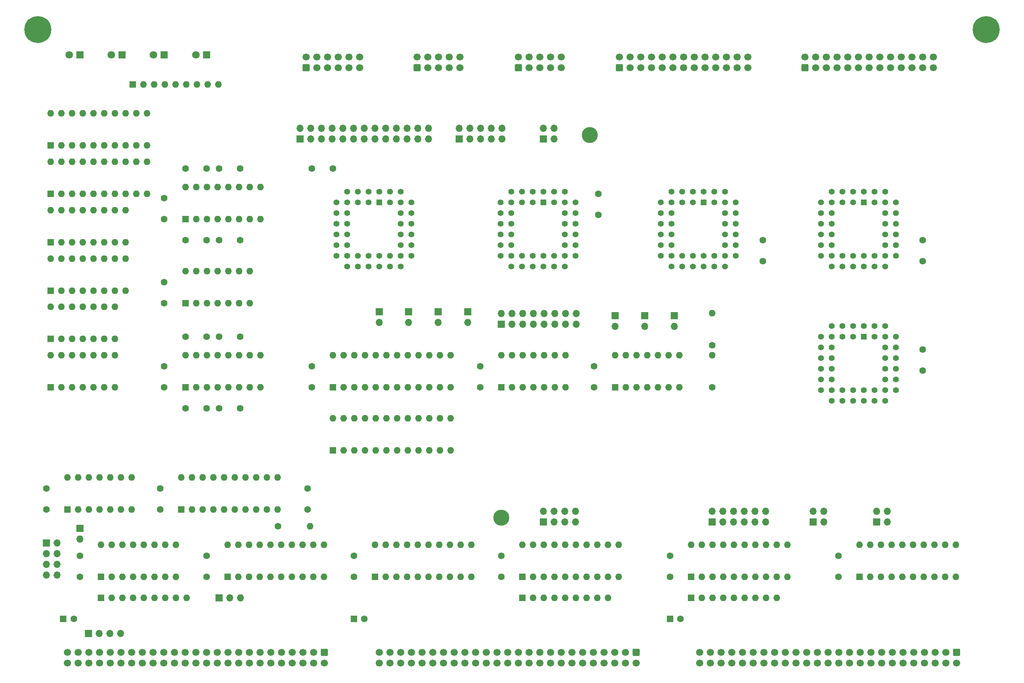
<source format=gbr>
%TF.GenerationSoftware,KiCad,Pcbnew,(6.0.11)*%
%TF.CreationDate,2023-08-29T17:19:57-04:00*%
%TF.ProjectId,input-output.Zilog,696e7075-742d-46f7-9574-7075742e5a69,rev?*%
%TF.SameCoordinates,Original*%
%TF.FileFunction,Soldermask,Top*%
%TF.FilePolarity,Negative*%
%FSLAX46Y46*%
G04 Gerber Fmt 4.6, Leading zero omitted, Abs format (unit mm)*
G04 Created by KiCad (PCBNEW (6.0.11)) date 2023-08-29 17:19:57*
%MOMM*%
%LPD*%
G01*
G04 APERTURE LIST*
G04 Aperture macros list*
%AMRoundRect*
0 Rectangle with rounded corners*
0 $1 Rounding radius*
0 $2 $3 $4 $5 $6 $7 $8 $9 X,Y pos of 4 corners*
0 Add a 4 corners polygon primitive as box body*
4,1,4,$2,$3,$4,$5,$6,$7,$8,$9,$2,$3,0*
0 Add four circle primitives for the rounded corners*
1,1,$1+$1,$2,$3*
1,1,$1+$1,$4,$5*
1,1,$1+$1,$6,$7*
1,1,$1+$1,$8,$9*
0 Add four rect primitives between the rounded corners*
20,1,$1+$1,$2,$3,$4,$5,0*
20,1,$1+$1,$4,$5,$6,$7,0*
20,1,$1+$1,$6,$7,$8,$9,0*
20,1,$1+$1,$8,$9,$2,$3,0*%
G04 Aperture macros list end*
%ADD10RoundRect,0.250000X-0.600000X0.600000X-0.600000X-0.600000X0.600000X-0.600000X0.600000X0.600000X0*%
%ADD11C,1.700000*%
%ADD12R,1.800000X1.800000*%
%ADD13C,1.800000*%
%ADD14C,6.400000*%
%ADD15C,1.600000*%
%ADD16R,1.700000X1.700000*%
%ADD17O,1.700000X1.700000*%
%ADD18R,1.600000X1.600000*%
%ADD19O,1.600000X1.600000*%
%ADD20RoundRect,0.250000X0.600000X-0.600000X0.600000X0.600000X-0.600000X0.600000X-0.600000X-0.600000X0*%
%ADD21R,1.422400X1.422400*%
%ADD22C,1.422400*%
%ADD23C,3.800000*%
G04 APERTURE END LIST*
D10*
%TO.C,P1*%
X108000000Y-223000000D03*
D11*
X108000000Y-225540000D03*
X105460000Y-223000000D03*
X105460000Y-225540000D03*
X102920000Y-223000000D03*
X102920000Y-225540000D03*
X100380000Y-223000000D03*
X100380000Y-225540000D03*
X97840000Y-223000000D03*
X97840000Y-225540000D03*
X95300000Y-223000000D03*
X95300000Y-225540000D03*
X92760000Y-223000000D03*
X92760000Y-225540000D03*
X90220000Y-223000000D03*
X90220000Y-225540000D03*
X87680000Y-223000000D03*
X87680000Y-225540000D03*
X85140000Y-223000000D03*
X85140000Y-225540000D03*
X82600000Y-223000000D03*
X82600000Y-225540000D03*
X80060000Y-223000000D03*
X80060000Y-225540000D03*
X77520000Y-223000000D03*
X77520000Y-225540000D03*
X74980000Y-223000000D03*
X74980000Y-225540000D03*
X72440000Y-223000000D03*
X72440000Y-225540000D03*
X69900000Y-223000000D03*
X69900000Y-225540000D03*
X67360000Y-223000000D03*
X67360000Y-225540000D03*
X64820000Y-223000000D03*
X64820000Y-225540000D03*
X62280000Y-223000000D03*
X62280000Y-225540000D03*
X59740000Y-223000000D03*
X59740000Y-225540000D03*
X57200000Y-223000000D03*
X57200000Y-225540000D03*
X54660000Y-223000000D03*
X54660000Y-225540000D03*
X52120000Y-223000000D03*
X52120000Y-225540000D03*
X49580000Y-223000000D03*
X49580000Y-225540000D03*
X47040000Y-223000000D03*
X47040000Y-225540000D03*
%TD*%
D12*
%TO.C,D5*%
X50000000Y-81000000D03*
D13*
X47460000Y-81000000D03*
%TD*%
D14*
%TO.C,H1*%
X40000000Y-75000000D03*
%TD*%
D10*
%TO.C,P3*%
X258000000Y-223000000D03*
D11*
X258000000Y-225540000D03*
X255460000Y-223000000D03*
X255460000Y-225540000D03*
X252920000Y-223000000D03*
X252920000Y-225540000D03*
X250380000Y-223000000D03*
X250380000Y-225540000D03*
X247840000Y-223000000D03*
X247840000Y-225540000D03*
X245300000Y-223000000D03*
X245300000Y-225540000D03*
X242760000Y-223000000D03*
X242760000Y-225540000D03*
X240220000Y-223000000D03*
X240220000Y-225540000D03*
X237680000Y-223000000D03*
X237680000Y-225540000D03*
X235140000Y-223000000D03*
X235140000Y-225540000D03*
X232600000Y-223000000D03*
X232600000Y-225540000D03*
X230060000Y-223000000D03*
X230060000Y-225540000D03*
X227520000Y-223000000D03*
X227520000Y-225540000D03*
X224980000Y-223000000D03*
X224980000Y-225540000D03*
X222440000Y-223000000D03*
X222440000Y-225540000D03*
X219900000Y-223000000D03*
X219900000Y-225540000D03*
X217360000Y-223000000D03*
X217360000Y-225540000D03*
X214820000Y-223000000D03*
X214820000Y-225540000D03*
X212280000Y-223000000D03*
X212280000Y-225540000D03*
X209740000Y-223000000D03*
X209740000Y-225540000D03*
X207200000Y-223000000D03*
X207200000Y-225540000D03*
X204660000Y-223000000D03*
X204660000Y-225540000D03*
X202120000Y-223000000D03*
X202120000Y-225540000D03*
X199580000Y-223000000D03*
X199580000Y-225540000D03*
X197040000Y-223000000D03*
X197040000Y-225540000D03*
%TD*%
D10*
%TO.C,P2*%
X182000000Y-223000000D03*
D11*
X182000000Y-225540000D03*
X179460000Y-223000000D03*
X179460000Y-225540000D03*
X176920000Y-223000000D03*
X176920000Y-225540000D03*
X174380000Y-223000000D03*
X174380000Y-225540000D03*
X171840000Y-223000000D03*
X171840000Y-225540000D03*
X169300000Y-223000000D03*
X169300000Y-225540000D03*
X166760000Y-223000000D03*
X166760000Y-225540000D03*
X164220000Y-223000000D03*
X164220000Y-225540000D03*
X161680000Y-223000000D03*
X161680000Y-225540000D03*
X159140000Y-223000000D03*
X159140000Y-225540000D03*
X156600000Y-223000000D03*
X156600000Y-225540000D03*
X154060000Y-223000000D03*
X154060000Y-225540000D03*
X151520000Y-223000000D03*
X151520000Y-225540000D03*
X148980000Y-223000000D03*
X148980000Y-225540000D03*
X146440000Y-223000000D03*
X146440000Y-225540000D03*
X143900000Y-223000000D03*
X143900000Y-225540000D03*
X141360000Y-223000000D03*
X141360000Y-225540000D03*
X138820000Y-223000000D03*
X138820000Y-225540000D03*
X136280000Y-223000000D03*
X136280000Y-225540000D03*
X133740000Y-223000000D03*
X133740000Y-225540000D03*
X131200000Y-223000000D03*
X131200000Y-225540000D03*
X128660000Y-223000000D03*
X128660000Y-225540000D03*
X126120000Y-223000000D03*
X126120000Y-225540000D03*
X123580000Y-223000000D03*
X123580000Y-225540000D03*
X121040000Y-223000000D03*
X121040000Y-225540000D03*
%TD*%
D15*
%TO.C,C1*%
X105000000Y-108000000D03*
X110000000Y-108000000D03*
%TD*%
D14*
%TO.C,H2*%
X265000000Y-75000000D03*
%TD*%
D16*
%TO.C,JP2*%
X160000000Y-192000000D03*
D17*
X160000000Y-189460000D03*
X162540000Y-192000000D03*
X162540000Y-189460000D03*
X165080000Y-192000000D03*
X165080000Y-189460000D03*
X167620000Y-192000000D03*
X167620000Y-189460000D03*
%TD*%
D18*
%TO.C,RN2*%
X155000000Y-210000000D03*
D19*
X157540000Y-210000000D03*
X160080000Y-210000000D03*
X162620000Y-210000000D03*
X165160000Y-210000000D03*
X167700000Y-210000000D03*
X170240000Y-210000000D03*
X172780000Y-210000000D03*
X175320000Y-210000000D03*
%TD*%
D18*
%TO.C,U24*%
X155000000Y-205000000D03*
D19*
X157540000Y-205000000D03*
X160080000Y-205000000D03*
X162620000Y-205000000D03*
X165160000Y-205000000D03*
X167700000Y-205000000D03*
X170240000Y-205000000D03*
X172780000Y-205000000D03*
X175320000Y-205000000D03*
X177860000Y-205000000D03*
X177860000Y-197380000D03*
X175320000Y-197380000D03*
X172780000Y-197380000D03*
X170240000Y-197380000D03*
X167700000Y-197380000D03*
X165160000Y-197380000D03*
X162620000Y-197380000D03*
X160080000Y-197380000D03*
X157540000Y-197380000D03*
X155000000Y-197380000D03*
%TD*%
D15*
%TO.C,C2*%
X80000000Y-200000000D03*
X80000000Y-205000000D03*
%TD*%
%TO.C,C3*%
X105000000Y-155000000D03*
X105000000Y-160000000D03*
%TD*%
%TO.C,C7*%
X172000000Y-155000000D03*
X172000000Y-160000000D03*
%TD*%
%TO.C,C8*%
X212000000Y-130000000D03*
X212000000Y-125000000D03*
%TD*%
D18*
%TO.C,C10*%
X46000000Y-215000000D03*
D15*
X48500000Y-215000000D03*
%TD*%
D18*
%TO.C,C11*%
X115000000Y-215000000D03*
D15*
X117500000Y-215000000D03*
%TD*%
%TO.C,C12*%
X173000000Y-119000000D03*
X173000000Y-114000000D03*
%TD*%
%TO.C,C13*%
X150000000Y-200000000D03*
X150000000Y-205000000D03*
%TD*%
%TO.C,C24*%
X145000000Y-155000000D03*
X145000000Y-160000000D03*
%TD*%
D12*
%TO.C,D1*%
X60000000Y-81000000D03*
D13*
X57460000Y-81000000D03*
%TD*%
D12*
%TO.C,D3*%
X80000000Y-81000000D03*
D13*
X77460000Y-81000000D03*
%TD*%
D16*
%TO.C,J1*%
X191000000Y-143000000D03*
D17*
X191000000Y-145540000D03*
%TD*%
D16*
%TO.C,J2*%
X160000000Y-101000000D03*
D17*
X160000000Y-98460000D03*
X162540000Y-101000000D03*
X162540000Y-98460000D03*
%TD*%
D20*
%TO.C,X8*%
X103650000Y-84000000D03*
D11*
X103650000Y-81460000D03*
X106190000Y-84000000D03*
X106190000Y-81460000D03*
X108730000Y-84000000D03*
X108730000Y-81460000D03*
X111270000Y-84000000D03*
X111270000Y-81460000D03*
X113810000Y-84000000D03*
X113810000Y-81460000D03*
X116350000Y-84000000D03*
X116350000Y-81460000D03*
%TD*%
D16*
%TO.C,X5*%
X150000000Y-145000000D03*
D17*
X150000000Y-142460000D03*
X152540000Y-145000000D03*
X152540000Y-142460000D03*
X155080000Y-145000000D03*
X155080000Y-142460000D03*
X157620000Y-145000000D03*
X157620000Y-142460000D03*
X160160000Y-145000000D03*
X160160000Y-142460000D03*
X162700000Y-145000000D03*
X162700000Y-142460000D03*
X165240000Y-145000000D03*
X165240000Y-142460000D03*
X167780000Y-145000000D03*
X167780000Y-142460000D03*
%TD*%
D16*
%TO.C,P4*%
X177000000Y-143000000D03*
D17*
X177000000Y-145540000D03*
%TD*%
D15*
%TO.C,R10*%
X200000000Y-160000000D03*
D19*
X200000000Y-152380000D03*
%TD*%
D15*
%TO.C,R11*%
X200000000Y-150000000D03*
D19*
X200000000Y-142380000D03*
%TD*%
D18*
%TO.C,U2*%
X120000000Y-205000000D03*
D19*
X122540000Y-205000000D03*
X125080000Y-205000000D03*
X127620000Y-205000000D03*
X130160000Y-205000000D03*
X132700000Y-205000000D03*
X135240000Y-205000000D03*
X137780000Y-205000000D03*
X140320000Y-205000000D03*
X142860000Y-205000000D03*
X142860000Y-197380000D03*
X140320000Y-197380000D03*
X137780000Y-197380000D03*
X135240000Y-197380000D03*
X132700000Y-197380000D03*
X130160000Y-197380000D03*
X127620000Y-197380000D03*
X125080000Y-197380000D03*
X122540000Y-197380000D03*
X120000000Y-197380000D03*
%TD*%
D18*
%TO.C,U3*%
X235000000Y-205000000D03*
D19*
X237540000Y-205000000D03*
X240080000Y-205000000D03*
X242620000Y-205000000D03*
X245160000Y-205000000D03*
X247700000Y-205000000D03*
X250240000Y-205000000D03*
X252780000Y-205000000D03*
X255320000Y-205000000D03*
X257860000Y-205000000D03*
X257860000Y-197380000D03*
X255320000Y-197380000D03*
X252780000Y-197380000D03*
X250240000Y-197380000D03*
X247700000Y-197380000D03*
X245160000Y-197380000D03*
X242620000Y-197380000D03*
X240080000Y-197380000D03*
X237540000Y-197380000D03*
X235000000Y-197380000D03*
%TD*%
D18*
%TO.C,U8*%
X75000000Y-140000000D03*
D19*
X77540000Y-140000000D03*
X80080000Y-140000000D03*
X82620000Y-140000000D03*
X85160000Y-140000000D03*
X87700000Y-140000000D03*
X90240000Y-140000000D03*
X90240000Y-132380000D03*
X87700000Y-132380000D03*
X85160000Y-132380000D03*
X82620000Y-132380000D03*
X80080000Y-132380000D03*
X77540000Y-132380000D03*
X75000000Y-132380000D03*
%TD*%
D21*
%TO.C,U14*%
X236000000Y-116000000D03*
D22*
X233460000Y-113460000D03*
X233460000Y-116000000D03*
X230920000Y-113460000D03*
X230920000Y-116000000D03*
X228380000Y-113460000D03*
X225840000Y-116000000D03*
X228380000Y-116000000D03*
X225840000Y-118540000D03*
X228380000Y-118540000D03*
X225840000Y-121080000D03*
X228380000Y-121080000D03*
X225840000Y-123620000D03*
X228380000Y-123620000D03*
X225840000Y-126160000D03*
X228380000Y-126160000D03*
X225840000Y-128700000D03*
X228380000Y-131240000D03*
X228380000Y-128700000D03*
X230920000Y-131240000D03*
X230920000Y-128700000D03*
X233460000Y-131240000D03*
X233460000Y-128700000D03*
X236000000Y-131240000D03*
X236000000Y-128700000D03*
X238540000Y-131240000D03*
X238540000Y-128700000D03*
X241080000Y-131240000D03*
X243620000Y-128700000D03*
X241080000Y-128700000D03*
X243620000Y-126160000D03*
X241080000Y-126160000D03*
X243620000Y-123620000D03*
X241080000Y-123620000D03*
X243620000Y-121080000D03*
X241080000Y-121080000D03*
X243620000Y-118540000D03*
X241080000Y-118540000D03*
X243620000Y-116000000D03*
X241080000Y-113460000D03*
X241080000Y-116000000D03*
X238540000Y-113460000D03*
X238540000Y-116000000D03*
X236000000Y-113460000D03*
%TD*%
D21*
%TO.C,U18*%
X198000000Y-116000000D03*
D22*
X195460000Y-113460000D03*
X195460000Y-116000000D03*
X192920000Y-113460000D03*
X192920000Y-116000000D03*
X190380000Y-113460000D03*
X187840000Y-116000000D03*
X190380000Y-116000000D03*
X187840000Y-118540000D03*
X190380000Y-118540000D03*
X187840000Y-121080000D03*
X190380000Y-121080000D03*
X187840000Y-123620000D03*
X190380000Y-123620000D03*
X187840000Y-126160000D03*
X190380000Y-126160000D03*
X187840000Y-128700000D03*
X190380000Y-131240000D03*
X190380000Y-128700000D03*
X192920000Y-131240000D03*
X192920000Y-128700000D03*
X195460000Y-131240000D03*
X195460000Y-128700000D03*
X198000000Y-131240000D03*
X198000000Y-128700000D03*
X200540000Y-131240000D03*
X200540000Y-128700000D03*
X203080000Y-131240000D03*
X205620000Y-128700000D03*
X203080000Y-128700000D03*
X205620000Y-126160000D03*
X203080000Y-126160000D03*
X205620000Y-123620000D03*
X203080000Y-123620000D03*
X205620000Y-121080000D03*
X203080000Y-121080000D03*
X205620000Y-118540000D03*
X203080000Y-118540000D03*
X205620000Y-116000000D03*
X203080000Y-113460000D03*
X203080000Y-116000000D03*
X200540000Y-113460000D03*
X200540000Y-116000000D03*
X198000000Y-113460000D03*
%TD*%
D20*
%TO.C,X1*%
X178000000Y-84000000D03*
D11*
X178000000Y-81460000D03*
X180540000Y-84000000D03*
X180540000Y-81460000D03*
X183080000Y-84000000D03*
X183080000Y-81460000D03*
X185620000Y-84000000D03*
X185620000Y-81460000D03*
X188160000Y-84000000D03*
X188160000Y-81460000D03*
X190700000Y-84000000D03*
X190700000Y-81460000D03*
X193240000Y-84000000D03*
X193240000Y-81460000D03*
X195780000Y-84000000D03*
X195780000Y-81460000D03*
X198320000Y-84000000D03*
X198320000Y-81460000D03*
X200860000Y-84000000D03*
X200860000Y-81460000D03*
X203400000Y-84000000D03*
X203400000Y-81460000D03*
X205940000Y-84000000D03*
X205940000Y-81460000D03*
X208480000Y-84000000D03*
X208480000Y-81460000D03*
%TD*%
D20*
%TO.C,X2*%
X222000000Y-84000000D03*
D11*
X222000000Y-81460000D03*
X224540000Y-84000000D03*
X224540000Y-81460000D03*
X227080000Y-84000000D03*
X227080000Y-81460000D03*
X229620000Y-84000000D03*
X229620000Y-81460000D03*
X232160000Y-84000000D03*
X232160000Y-81460000D03*
X234700000Y-84000000D03*
X234700000Y-81460000D03*
X237240000Y-84000000D03*
X237240000Y-81460000D03*
X239780000Y-84000000D03*
X239780000Y-81460000D03*
X242320000Y-84000000D03*
X242320000Y-81460000D03*
X244860000Y-84000000D03*
X244860000Y-81460000D03*
X247400000Y-84000000D03*
X247400000Y-81460000D03*
X249940000Y-84000000D03*
X249940000Y-81460000D03*
X252480000Y-84000000D03*
X252480000Y-81460000D03*
%TD*%
D20*
%TO.C,X3*%
X154000000Y-84000000D03*
D11*
X154000000Y-81460000D03*
X156540000Y-84000000D03*
X156540000Y-81460000D03*
X159080000Y-84000000D03*
X159080000Y-81460000D03*
X161620000Y-84000000D03*
X161620000Y-81460000D03*
X164160000Y-84000000D03*
X164160000Y-81460000D03*
%TD*%
D16*
%TO.C,X4*%
X102220000Y-101000000D03*
D17*
X102220000Y-98460000D03*
X104760000Y-101000000D03*
X104760000Y-98460000D03*
X107300000Y-101000000D03*
X107300000Y-98460000D03*
X109840000Y-101000000D03*
X109840000Y-98460000D03*
X112380000Y-101000000D03*
X112380000Y-98460000D03*
X114920000Y-101000000D03*
X114920000Y-98460000D03*
X117460000Y-101000000D03*
X117460000Y-98460000D03*
X120000000Y-101000000D03*
X120000000Y-98460000D03*
X122540000Y-101000000D03*
X122540000Y-98460000D03*
X125080000Y-101000000D03*
X125080000Y-98460000D03*
X127620000Y-101000000D03*
X127620000Y-98460000D03*
X130160000Y-101000000D03*
X130160000Y-98460000D03*
X132700000Y-101000000D03*
X132700000Y-98460000D03*
%TD*%
D16*
%TO.C,X6*%
X140000000Y-101000000D03*
D17*
X140000000Y-98460000D03*
X142540000Y-101000000D03*
X142540000Y-98460000D03*
X145080000Y-101000000D03*
X145080000Y-98460000D03*
X147620000Y-101000000D03*
X147620000Y-98460000D03*
X150160000Y-101000000D03*
X150160000Y-98460000D03*
%TD*%
D20*
%TO.C,X7*%
X130000000Y-84000000D03*
D11*
X130000000Y-81460000D03*
X132540000Y-84000000D03*
X132540000Y-81460000D03*
X135080000Y-84000000D03*
X135080000Y-81460000D03*
X137620000Y-84000000D03*
X137620000Y-81460000D03*
X140160000Y-84000000D03*
X140160000Y-81460000D03*
%TD*%
D21*
%TO.C,U7*%
X160000000Y-116000000D03*
D22*
X157460000Y-113460000D03*
X157460000Y-116000000D03*
X154920000Y-113460000D03*
X154920000Y-116000000D03*
X152380000Y-113460000D03*
X149840000Y-116000000D03*
X152380000Y-116000000D03*
X149840000Y-118540000D03*
X152380000Y-118540000D03*
X149840000Y-121080000D03*
X152380000Y-121080000D03*
X149840000Y-123620000D03*
X152380000Y-123620000D03*
X149840000Y-126160000D03*
X152380000Y-126160000D03*
X149840000Y-128700000D03*
X152380000Y-131240000D03*
X152380000Y-128700000D03*
X154920000Y-131240000D03*
X154920000Y-128700000D03*
X157460000Y-131240000D03*
X157460000Y-128700000D03*
X160000000Y-131240000D03*
X160000000Y-128700000D03*
X162540000Y-131240000D03*
X162540000Y-128700000D03*
X165080000Y-131240000D03*
X167620000Y-128700000D03*
X165080000Y-128700000D03*
X167620000Y-126160000D03*
X165080000Y-126160000D03*
X167620000Y-123620000D03*
X165080000Y-123620000D03*
X167620000Y-121080000D03*
X165080000Y-121080000D03*
X167620000Y-118540000D03*
X165080000Y-118540000D03*
X167620000Y-116000000D03*
X165080000Y-113460000D03*
X165080000Y-116000000D03*
X162540000Y-113460000D03*
X162540000Y-116000000D03*
X160000000Y-113460000D03*
%TD*%
D18*
%TO.C,U4*%
X85000000Y-205000000D03*
D19*
X87540000Y-205000000D03*
X90080000Y-205000000D03*
X92620000Y-205000000D03*
X95160000Y-205000000D03*
X97700000Y-205000000D03*
X100240000Y-205000000D03*
X102780000Y-205000000D03*
X105320000Y-205000000D03*
X107860000Y-205000000D03*
X107860000Y-197380000D03*
X105320000Y-197380000D03*
X102780000Y-197380000D03*
X100240000Y-197380000D03*
X97700000Y-197380000D03*
X95160000Y-197380000D03*
X92620000Y-197380000D03*
X90080000Y-197380000D03*
X87540000Y-197380000D03*
X85000000Y-197380000D03*
%TD*%
D15*
%TO.C,C9*%
X115000000Y-200000000D03*
X115000000Y-205000000D03*
%TD*%
%TO.C,C18*%
X83000000Y-148000000D03*
X88000000Y-148000000D03*
%TD*%
%TO.C,C16*%
X75000000Y-148000000D03*
X80000000Y-148000000D03*
%TD*%
%TO.C,C14*%
X75000000Y-165000000D03*
X80000000Y-165000000D03*
%TD*%
%TO.C,C17*%
X70000000Y-155000000D03*
X70000000Y-160000000D03*
%TD*%
%TO.C,C19*%
X75000000Y-125000000D03*
X80000000Y-125000000D03*
%TD*%
%TO.C,C20*%
X83000000Y-125000000D03*
X88000000Y-125000000D03*
%TD*%
%TO.C,C21*%
X75000000Y-108000000D03*
X80000000Y-108000000D03*
%TD*%
%TO.C,C22*%
X70000000Y-115000000D03*
X70000000Y-120000000D03*
%TD*%
%TO.C,C23*%
X83000000Y-108000000D03*
X88000000Y-108000000D03*
%TD*%
%TO.C,C15*%
X83000000Y-165000000D03*
X88000000Y-165000000D03*
%TD*%
D18*
%TO.C,U11*%
X75000000Y-120000000D03*
D19*
X77540000Y-120000000D03*
X80080000Y-120000000D03*
X82620000Y-120000000D03*
X85160000Y-120000000D03*
X87700000Y-120000000D03*
X90240000Y-120000000D03*
X92780000Y-120000000D03*
X92780000Y-112380000D03*
X90240000Y-112380000D03*
X87700000Y-112380000D03*
X85160000Y-112380000D03*
X82620000Y-112380000D03*
X80080000Y-112380000D03*
X77540000Y-112380000D03*
X75000000Y-112380000D03*
%TD*%
D18*
%TO.C,U10*%
X75000000Y-160000000D03*
D19*
X77540000Y-160000000D03*
X80080000Y-160000000D03*
X82620000Y-160000000D03*
X85160000Y-160000000D03*
X87700000Y-160000000D03*
X90240000Y-160000000D03*
X92780000Y-160000000D03*
X92780000Y-152380000D03*
X90240000Y-152380000D03*
X87700000Y-152380000D03*
X85160000Y-152380000D03*
X82620000Y-152380000D03*
X80080000Y-152380000D03*
X77540000Y-152380000D03*
X75000000Y-152380000D03*
%TD*%
D18*
%TO.C,C27*%
X190000000Y-215000000D03*
D15*
X192500000Y-215000000D03*
%TD*%
D21*
%TO.C,U9*%
X121000000Y-116000000D03*
D22*
X118460000Y-113460000D03*
X118460000Y-116000000D03*
X115920000Y-113460000D03*
X115920000Y-116000000D03*
X113380000Y-113460000D03*
X110840000Y-116000000D03*
X113380000Y-116000000D03*
X110840000Y-118540000D03*
X113380000Y-118540000D03*
X110840000Y-121080000D03*
X113380000Y-121080000D03*
X110840000Y-123620000D03*
X113380000Y-123620000D03*
X110840000Y-126160000D03*
X113380000Y-126160000D03*
X110840000Y-128700000D03*
X113380000Y-131240000D03*
X113380000Y-128700000D03*
X115920000Y-131240000D03*
X115920000Y-128700000D03*
X118460000Y-131240000D03*
X118460000Y-128700000D03*
X121000000Y-131240000D03*
X121000000Y-128700000D03*
X123540000Y-131240000D03*
X123540000Y-128700000D03*
X126080000Y-131240000D03*
X128620000Y-128700000D03*
X126080000Y-128700000D03*
X128620000Y-126160000D03*
X126080000Y-126160000D03*
X128620000Y-123620000D03*
X126080000Y-123620000D03*
X128620000Y-121080000D03*
X126080000Y-121080000D03*
X128620000Y-118540000D03*
X126080000Y-118540000D03*
X128620000Y-116000000D03*
X126080000Y-113460000D03*
X126080000Y-116000000D03*
X123540000Y-113460000D03*
X123540000Y-116000000D03*
X121000000Y-113460000D03*
%TD*%
D18*
%TO.C,U13*%
X177000000Y-160000000D03*
D19*
X179540000Y-160000000D03*
X182080000Y-160000000D03*
X184620000Y-160000000D03*
X187160000Y-160000000D03*
X189700000Y-160000000D03*
X192240000Y-160000000D03*
X192240000Y-152380000D03*
X189700000Y-152380000D03*
X187160000Y-152380000D03*
X184620000Y-152380000D03*
X182080000Y-152380000D03*
X179540000Y-152380000D03*
X177000000Y-152380000D03*
%TD*%
D15*
%TO.C,C4*%
X190000000Y-200000000D03*
X190000000Y-205000000D03*
%TD*%
%TO.C,C6*%
X250000000Y-130000000D03*
X250000000Y-125000000D03*
%TD*%
D18*
%TO.C,U12*%
X150000000Y-160000000D03*
D19*
X152540000Y-160000000D03*
X155080000Y-160000000D03*
X157620000Y-160000000D03*
X160160000Y-160000000D03*
X162700000Y-160000000D03*
X165240000Y-160000000D03*
X165240000Y-152380000D03*
X162700000Y-152380000D03*
X160160000Y-152380000D03*
X157620000Y-152380000D03*
X155080000Y-152380000D03*
X152540000Y-152380000D03*
X150000000Y-152380000D03*
%TD*%
D15*
%TO.C,C5*%
X70000000Y-135000000D03*
X70000000Y-140000000D03*
%TD*%
D18*
%TO.C,U1*%
X110000000Y-160000000D03*
D19*
X112540000Y-160000000D03*
X115080000Y-160000000D03*
X117620000Y-160000000D03*
X120160000Y-160000000D03*
X122700000Y-160000000D03*
X125240000Y-160000000D03*
X127780000Y-160000000D03*
X130320000Y-160000000D03*
X132860000Y-160000000D03*
X135400000Y-160000000D03*
X137940000Y-160000000D03*
X137940000Y-152380000D03*
X135400000Y-152380000D03*
X132860000Y-152380000D03*
X130320000Y-152380000D03*
X127780000Y-152380000D03*
X125240000Y-152380000D03*
X122700000Y-152380000D03*
X120160000Y-152380000D03*
X117620000Y-152380000D03*
X115080000Y-152380000D03*
X112540000Y-152380000D03*
X110000000Y-152380000D03*
%TD*%
D16*
%TO.C,P5*%
X135000000Y-142000000D03*
D17*
X135000000Y-144540000D03*
%TD*%
D16*
%TO.C,P10*%
X142000000Y-142000000D03*
D17*
X142000000Y-144540000D03*
%TD*%
D16*
%TO.C,J3*%
X224000000Y-192000000D03*
D17*
X224000000Y-189460000D03*
X226540000Y-192000000D03*
X226540000Y-189460000D03*
%TD*%
D16*
%TO.C,J4*%
X239000000Y-192000000D03*
D17*
X239000000Y-189460000D03*
X241540000Y-192000000D03*
X241540000Y-189460000D03*
%TD*%
D16*
%TO.C,JP1*%
X200000000Y-192000000D03*
D17*
X200000000Y-189460000D03*
X202540000Y-192000000D03*
X202540000Y-189460000D03*
X205080000Y-192000000D03*
X205080000Y-189460000D03*
X207620000Y-192000000D03*
X207620000Y-189460000D03*
X210160000Y-192000000D03*
X210160000Y-189460000D03*
X212700000Y-192000000D03*
X212700000Y-189460000D03*
%TD*%
D16*
%TO.C,P6*%
X128000000Y-142000000D03*
D17*
X128000000Y-144540000D03*
%TD*%
D16*
%TO.C,P7*%
X184000000Y-143000000D03*
D17*
X184000000Y-145540000D03*
%TD*%
D18*
%TO.C,U5*%
X195000000Y-205000000D03*
D19*
X197540000Y-205000000D03*
X200080000Y-205000000D03*
X202620000Y-205000000D03*
X205160000Y-205000000D03*
X207700000Y-205000000D03*
X210240000Y-205000000D03*
X212780000Y-205000000D03*
X215320000Y-205000000D03*
X217860000Y-205000000D03*
X217860000Y-197380000D03*
X215320000Y-197380000D03*
X212780000Y-197380000D03*
X210240000Y-197380000D03*
X207700000Y-197380000D03*
X205160000Y-197380000D03*
X202620000Y-197380000D03*
X200080000Y-197380000D03*
X197540000Y-197380000D03*
X195000000Y-197380000D03*
%TD*%
D21*
%TO.C,U6*%
X236000000Y-148000000D03*
D22*
X233460000Y-145460000D03*
X233460000Y-148000000D03*
X230920000Y-145460000D03*
X230920000Y-148000000D03*
X228380000Y-145460000D03*
X225840000Y-148000000D03*
X228380000Y-148000000D03*
X225840000Y-150540000D03*
X228380000Y-150540000D03*
X225840000Y-153080000D03*
X228380000Y-153080000D03*
X225840000Y-155620000D03*
X228380000Y-155620000D03*
X225840000Y-158160000D03*
X228380000Y-158160000D03*
X225840000Y-160700000D03*
X228380000Y-163240000D03*
X228380000Y-160700000D03*
X230920000Y-163240000D03*
X230920000Y-160700000D03*
X233460000Y-163240000D03*
X233460000Y-160700000D03*
X236000000Y-163240000D03*
X236000000Y-160700000D03*
X238540000Y-163240000D03*
X238540000Y-160700000D03*
X241080000Y-163240000D03*
X243620000Y-160700000D03*
X241080000Y-160700000D03*
X243620000Y-158160000D03*
X241080000Y-158160000D03*
X243620000Y-155620000D03*
X241080000Y-155620000D03*
X243620000Y-153080000D03*
X241080000Y-153080000D03*
X243620000Y-150540000D03*
X241080000Y-150540000D03*
X243620000Y-148000000D03*
X241080000Y-145460000D03*
X241080000Y-148000000D03*
X238540000Y-145460000D03*
X238540000Y-148000000D03*
X236000000Y-145460000D03*
%TD*%
D15*
%TO.C,C25*%
X250000000Y-151000000D03*
X250000000Y-156000000D03*
%TD*%
%TO.C,C26*%
X230000000Y-200000000D03*
X230000000Y-205000000D03*
%TD*%
D18*
%TO.C,J5*%
X43000000Y-160000000D03*
D19*
X45540000Y-160000000D03*
X48080000Y-160000000D03*
X50620000Y-160000000D03*
X53160000Y-160000000D03*
X55700000Y-160000000D03*
X58240000Y-160000000D03*
X58240000Y-152380000D03*
X55700000Y-152380000D03*
X53160000Y-152380000D03*
X50620000Y-152380000D03*
X48080000Y-152380000D03*
X45540000Y-152380000D03*
X43000000Y-152380000D03*
%TD*%
D18*
%TO.C,J6*%
X43000000Y-148500000D03*
D19*
X45540000Y-148500000D03*
X48080000Y-148500000D03*
X50620000Y-148500000D03*
X53160000Y-148500000D03*
X55700000Y-148500000D03*
X58240000Y-148500000D03*
X58240000Y-140880000D03*
X55700000Y-140880000D03*
X53160000Y-140880000D03*
X50620000Y-140880000D03*
X48080000Y-140880000D03*
X45540000Y-140880000D03*
X43000000Y-140880000D03*
%TD*%
D18*
%TO.C,J7*%
X43000000Y-137000000D03*
D19*
X45540000Y-137000000D03*
X48080000Y-137000000D03*
X50620000Y-137000000D03*
X53160000Y-137000000D03*
X55700000Y-137000000D03*
X58240000Y-137000000D03*
X60780000Y-137000000D03*
X60780000Y-129380000D03*
X58240000Y-129380000D03*
X55700000Y-129380000D03*
X53160000Y-129380000D03*
X50620000Y-129380000D03*
X48080000Y-129380000D03*
X45540000Y-129380000D03*
X43000000Y-129380000D03*
%TD*%
D18*
%TO.C,J8*%
X43000000Y-125500000D03*
D19*
X45540000Y-125500000D03*
X48080000Y-125500000D03*
X50620000Y-125500000D03*
X53160000Y-125500000D03*
X55700000Y-125500000D03*
X58240000Y-125500000D03*
X60780000Y-125500000D03*
X60780000Y-117880000D03*
X58240000Y-117880000D03*
X55700000Y-117880000D03*
X53160000Y-117880000D03*
X50620000Y-117880000D03*
X48080000Y-117880000D03*
X45540000Y-117880000D03*
X43000000Y-117880000D03*
%TD*%
D18*
%TO.C,J9*%
X43000000Y-114000000D03*
D19*
X45540000Y-114000000D03*
X48080000Y-114000000D03*
X50620000Y-114000000D03*
X53160000Y-114000000D03*
X55700000Y-114000000D03*
X58240000Y-114000000D03*
X60780000Y-114000000D03*
X63320000Y-114000000D03*
X65860000Y-114000000D03*
X65860000Y-106380000D03*
X63320000Y-106380000D03*
X60780000Y-106380000D03*
X58240000Y-106380000D03*
X55700000Y-106380000D03*
X53160000Y-106380000D03*
X50620000Y-106380000D03*
X48080000Y-106380000D03*
X45540000Y-106380000D03*
X43000000Y-106380000D03*
%TD*%
D18*
%TO.C,J10*%
X43000000Y-102500000D03*
D19*
X45540000Y-102500000D03*
X48080000Y-102500000D03*
X50620000Y-102500000D03*
X53160000Y-102500000D03*
X55700000Y-102500000D03*
X58240000Y-102500000D03*
X60780000Y-102500000D03*
X63320000Y-102500000D03*
X65860000Y-102500000D03*
X65860000Y-94880000D03*
X63320000Y-94880000D03*
X60780000Y-94880000D03*
X58240000Y-94880000D03*
X55700000Y-94880000D03*
X53160000Y-94880000D03*
X50620000Y-94880000D03*
X48080000Y-94880000D03*
X45540000Y-94880000D03*
X43000000Y-94880000D03*
%TD*%
D18*
%TO.C,RN1*%
X195000000Y-210000000D03*
D19*
X197540000Y-210000000D03*
X200080000Y-210000000D03*
X202620000Y-210000000D03*
X205160000Y-210000000D03*
X207700000Y-210000000D03*
X210240000Y-210000000D03*
X212780000Y-210000000D03*
X215320000Y-210000000D03*
%TD*%
D18*
%TO.C,U15*%
X110000000Y-175000000D03*
D19*
X112540000Y-175000000D03*
X115080000Y-175000000D03*
X117620000Y-175000000D03*
X120160000Y-175000000D03*
X122700000Y-175000000D03*
X125240000Y-175000000D03*
X127780000Y-175000000D03*
X130320000Y-175000000D03*
X132860000Y-175000000D03*
X135400000Y-175000000D03*
X137940000Y-175000000D03*
X137940000Y-167380000D03*
X135400000Y-167380000D03*
X132860000Y-167380000D03*
X130320000Y-167380000D03*
X127780000Y-167380000D03*
X125240000Y-167380000D03*
X122700000Y-167380000D03*
X120160000Y-167380000D03*
X117620000Y-167380000D03*
X115080000Y-167380000D03*
X112540000Y-167380000D03*
X110000000Y-167380000D03*
%TD*%
D12*
%TO.C,D2*%
X70000000Y-81000000D03*
D13*
X67460000Y-81000000D03*
%TD*%
D18*
%TO.C,RN3*%
X55000000Y-210000000D03*
D19*
X57540000Y-210000000D03*
X60080000Y-210000000D03*
X62620000Y-210000000D03*
X65160000Y-210000000D03*
X67700000Y-210000000D03*
X70240000Y-210000000D03*
X72780000Y-210000000D03*
X75320000Y-210000000D03*
%TD*%
D18*
%TO.C,U17*%
X55000000Y-205000000D03*
D19*
X57540000Y-205000000D03*
X60080000Y-205000000D03*
X62620000Y-205000000D03*
X65160000Y-205000000D03*
X67700000Y-205000000D03*
X70240000Y-205000000D03*
X72780000Y-205000000D03*
X72780000Y-197380000D03*
X70240000Y-197380000D03*
X67700000Y-197380000D03*
X65160000Y-197380000D03*
X62620000Y-197380000D03*
X60080000Y-197380000D03*
X57540000Y-197380000D03*
X55000000Y-197380000D03*
%TD*%
D18*
%TO.C,U20*%
X47000000Y-189000000D03*
D19*
X49540000Y-189000000D03*
X52080000Y-189000000D03*
X54620000Y-189000000D03*
X57160000Y-189000000D03*
X59700000Y-189000000D03*
X62240000Y-189000000D03*
X62240000Y-181380000D03*
X59700000Y-181380000D03*
X57160000Y-181380000D03*
X54620000Y-181380000D03*
X52080000Y-181380000D03*
X49540000Y-181380000D03*
X47000000Y-181380000D03*
%TD*%
D16*
%TO.C,JP3*%
X42000000Y-197000000D03*
D17*
X44540000Y-197000000D03*
X42000000Y-199540000D03*
X44540000Y-199540000D03*
X42000000Y-202080000D03*
X44540000Y-202080000D03*
X42000000Y-204620000D03*
X44540000Y-204620000D03*
%TD*%
D15*
%TO.C,C28*%
X42000000Y-184000000D03*
X42000000Y-189000000D03*
%TD*%
%TO.C,C29*%
X50000000Y-200000000D03*
X50000000Y-205000000D03*
%TD*%
%TO.C,C31*%
X104000000Y-184000000D03*
X104000000Y-189000000D03*
%TD*%
%TO.C,C30*%
X69000000Y-184000000D03*
X69000000Y-189000000D03*
%TD*%
D16*
%TO.C,JP4*%
X50000000Y-193500000D03*
D17*
X50000000Y-196040000D03*
%TD*%
D18*
%TO.C,U21*%
X74000000Y-189000000D03*
D19*
X76540000Y-189000000D03*
X79080000Y-189000000D03*
X81620000Y-189000000D03*
X84160000Y-189000000D03*
X86700000Y-189000000D03*
X89240000Y-189000000D03*
X91780000Y-189000000D03*
X94320000Y-189000000D03*
X96860000Y-189000000D03*
X96860000Y-181380000D03*
X94320000Y-181380000D03*
X91780000Y-181380000D03*
X89240000Y-181380000D03*
X86700000Y-181380000D03*
X84160000Y-181380000D03*
X81620000Y-181380000D03*
X79080000Y-181380000D03*
X76540000Y-181380000D03*
X74000000Y-181380000D03*
%TD*%
D16*
%TO.C,P8*%
X121000000Y-142000000D03*
D17*
X121000000Y-144540000D03*
%TD*%
D18*
%TO.C,RN4*%
X62500000Y-88000000D03*
D19*
X65040000Y-88000000D03*
X67580000Y-88000000D03*
X70120000Y-88000000D03*
X72660000Y-88000000D03*
X75200000Y-88000000D03*
X77740000Y-88000000D03*
X80280000Y-88000000D03*
X82820000Y-88000000D03*
%TD*%
D16*
%TO.C,P9*%
X52000000Y-218500000D03*
D17*
X54540000Y-218500000D03*
X57080000Y-218500000D03*
X59620000Y-218500000D03*
%TD*%
D15*
%TO.C,R5*%
X97000000Y-193000000D03*
D19*
X104620000Y-193000000D03*
%TD*%
D23*
%TO.C,H3*%
X171000000Y-100000000D03*
%TD*%
%TO.C,H4*%
X150000000Y-191000000D03*
%TD*%
D16*
%TO.C,J11*%
X83000000Y-210000000D03*
D17*
X85540000Y-210000000D03*
X88080000Y-210000000D03*
%TD*%
M02*

</source>
